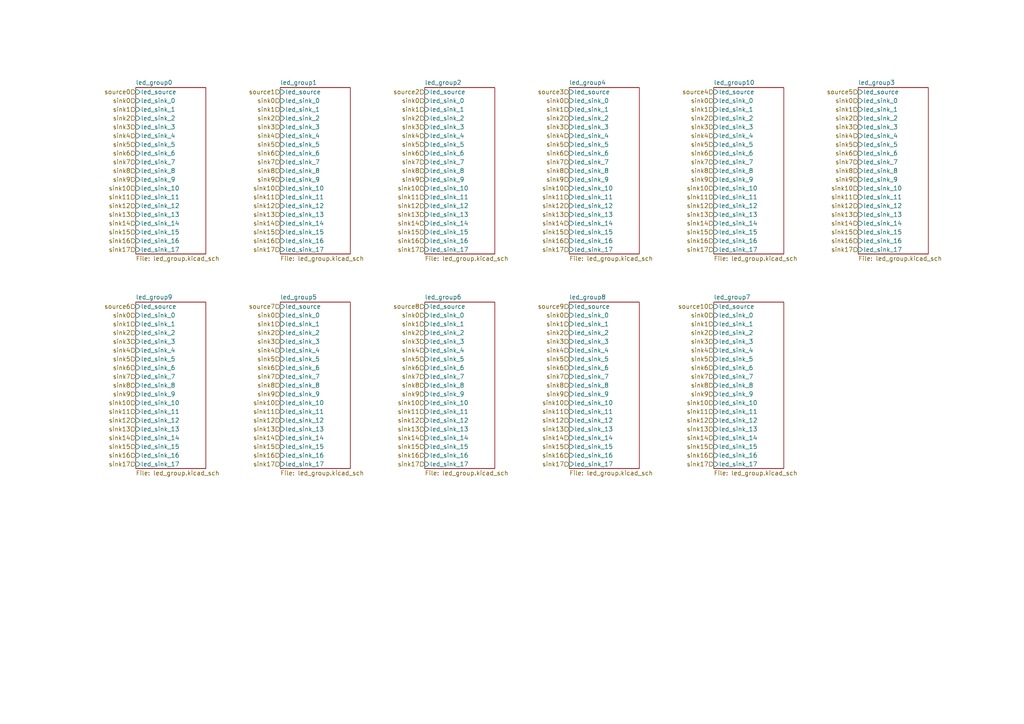
<source format=kicad_sch>
(kicad_sch (version 20230121) (generator eeschema)
  (paper "A4")
  (lib_symbols)
  (hierarchical_label "sink14" (shape input) (at 207.01 64.77 180))
  (hierarchical_label "sink14" (shape input) (at 165.1 64.77 180))
  (hierarchical_label "sink12" (shape input) (at 165.1 59.69 180))
  (hierarchical_label "sink4" (shape input) (at 207.01 101.6 180))
  (hierarchical_label "sink11" (shape input) (at 165.1 119.38 180))
  (hierarchical_label "sink6" (shape input) (at 207.01 106.68 180))
  (hierarchical_label "sink2" (shape input) (at 39.37 96.52 180))
  (hierarchical_label "sink3" (shape input) (at 81.28 99.06 180))
  (hierarchical_label "sink6" (shape input) (at 123.19 106.68 180))
  (hierarchical_label "sink11" (shape input) (at 207.01 57.15 180))
  (hierarchical_label "sink1" (shape input) (at 165.1 93.98 180))
  (hierarchical_label "sink4" (shape input) (at 81.28 101.6 180))
  (hierarchical_label "sink17" (shape input) (at 248.92 72.39 180))
  (hierarchical_label "sink13" (shape input) (at 165.1 124.46 180))
  (hierarchical_label "sink15" (shape input) (at 81.28 67.31 180))
  (hierarchical_label "sink17" (shape input) (at 39.37 72.39 180))
  (hierarchical_label "sink3" (shape input) (at 207.01 36.83 180))
  (hierarchical_label "sink11" (shape input) (at 165.1 57.15 180))
  (hierarchical_label "sink15" (shape input) (at 123.19 129.54 180))
  (hierarchical_label "sink4" (shape input) (at 165.1 39.37 180))
  (hierarchical_label "sink15" (shape input) (at 248.92 67.31 180))
  (hierarchical_label "sink2" (shape input) (at 165.1 34.29 180))
  (hierarchical_label "sink9" (shape input) (at 207.01 114.3 180))
  (hierarchical_label "sink2" (shape input) (at 81.28 96.52 180))
  (hierarchical_label "sink17" (shape input) (at 39.37 134.62 180))
  (hierarchical_label "sink15" (shape input) (at 123.19 67.31 180))
  (hierarchical_label "sink5" (shape input) (at 248.92 41.91 180))
  (hierarchical_label "sink10" (shape input) (at 165.1 54.61 180))
  (hierarchical_label "sink5" (shape input) (at 39.37 104.14 180))
  (hierarchical_label "sink15" (shape input) (at 207.01 67.31 180))
  (hierarchical_label "sink4" (shape input) (at 39.37 39.37 180))
  (hierarchical_label "sink7" (shape input) (at 123.19 46.99 180))
  (hierarchical_label "sink5" (shape input) (at 81.28 41.91 180))
  (hierarchical_label "sink13" (shape input) (at 39.37 124.46 180))
  (hierarchical_label "sink1" (shape input) (at 39.37 31.75 180))
  (hierarchical_label "sink8" (shape input) (at 207.01 49.53 180))
  (hierarchical_label "sink12" (shape input) (at 248.92 59.69 180))
  (hierarchical_label "sink12" (shape input) (at 39.37 59.69 180))
  (hierarchical_label "sink7" (shape input) (at 248.92 46.99 180))
  (hierarchical_label "sink11" (shape input) (at 207.01 119.38 180))
  (hierarchical_label "source0" (shape input) (at 39.37 26.67 180))
  (hierarchical_label "sink0" (shape input) (at 165.1 91.44 180))
  (hierarchical_label "sink4" (shape input) (at 123.19 101.6 180))
  (hierarchical_label "sink15" (shape input) (at 165.1 67.31 180))
  (hierarchical_label "sink5" (shape input) (at 165.1 104.14 180))
  (hierarchical_label "sink16" (shape input) (at 123.19 69.85 180))
  (hierarchical_label "sink4" (shape input) (at 207.01 39.37 180))
  (hierarchical_label "sink9" (shape input) (at 123.19 52.07 180))
  (hierarchical_label "sink4" (shape input) (at 165.1 101.6 180))
  (hierarchical_label "sink7" (shape input) (at 165.1 46.99 180))
  (hierarchical_label "sink11" (shape input) (at 123.19 57.15 180))
  (hierarchical_label "sink14" (shape input) (at 123.19 64.77 180))
  (hierarchical_label "sink9" (shape input) (at 207.01 52.07 180))
  (hierarchical_label "sink16" (shape input) (at 207.01 69.85 180))
  (hierarchical_label "source2" (shape input) (at 123.19 26.67 180))
  (hierarchical_label "sink9" (shape input) (at 123.19 114.3 180))
  (hierarchical_label "sink1" (shape input) (at 207.01 31.75 180))
  (hierarchical_label "sink14" (shape input) (at 39.37 64.77 180))
  (hierarchical_label "sink13" (shape input) (at 81.28 62.23 180))
  (hierarchical_label "sink6" (shape input) (at 165.1 44.45 180))
  (hierarchical_label "sink0" (shape input) (at 207.01 91.44 180))
  (hierarchical_label "sink3" (shape input) (at 123.19 99.06 180))
  (hierarchical_label "sink13" (shape input) (at 39.37 62.23 180))
  (hierarchical_label "sink16" (shape input) (at 81.28 69.85 180))
  (hierarchical_label "sink6" (shape input) (at 123.19 44.45 180))
  (hierarchical_label "sink10" (shape input) (at 81.28 54.61 180))
  (hierarchical_label "sink4" (shape input) (at 39.37 101.6 180))
  (hierarchical_label "sink9" (shape input) (at 39.37 52.07 180))
  (hierarchical_label "sink11" (shape input) (at 123.19 119.38 180))
  (hierarchical_label "sink5" (shape input) (at 207.01 41.91 180))
  (hierarchical_label "sink17" (shape input) (at 81.28 72.39 180))
  (hierarchical_label "sink8" (shape input) (at 39.37 111.76 180))
  (hierarchical_label "sink7" (shape input) (at 165.1 109.22 180))
  (hierarchical_label "sink8" (shape input) (at 81.28 49.53 180))
  (hierarchical_label "sink6" (shape input) (at 81.28 44.45 180))
  (hierarchical_label "sink14" (shape input) (at 39.37 127 180))
  (hierarchical_label "sink9" (shape input) (at 81.28 52.07 180))
  (hierarchical_label "source8" (shape input) (at 123.19 88.9 180))
  (hierarchical_label "sink13" (shape input) (at 81.28 124.46 180))
  (hierarchical_label "sink7" (shape input) (at 207.01 109.22 180))
  (hierarchical_label "sink12" (shape input) (at 123.19 121.92 180))
  (hierarchical_label "sink11" (shape input) (at 39.37 57.15 180))
  (hierarchical_label "sink1" (shape input) (at 39.37 93.98 180))
  (hierarchical_label "sink3" (shape input) (at 248.92 36.83 180))
  (hierarchical_label "sink9" (shape input) (at 248.92 52.07 180))
  (hierarchical_label "sink10" (shape input) (at 81.28 116.84 180))
  (hierarchical_label "sink3" (shape input) (at 39.37 36.83 180))
  (hierarchical_label "sink3" (shape input) (at 207.01 99.06 180))
  (hierarchical_label "sink13" (shape input) (at 165.1 62.23 180))
  (hierarchical_label "sink0" (shape input) (at 165.1 29.21 180))
  (hierarchical_label "sink16" (shape input) (at 165.1 69.85 180))
  (hierarchical_label "sink6" (shape input) (at 248.92 44.45 180))
  (hierarchical_label "sink13" (shape input) (at 248.92 62.23 180))
  (hierarchical_label "sink7" (shape input) (at 123.19 109.22 180))
  (hierarchical_label "sink3" (shape input) (at 39.37 99.06 180))
  (hierarchical_label "sink7" (shape input) (at 207.01 46.99 180))
  (hierarchical_label "sink10" (shape input) (at 207.01 54.61 180))
  (hierarchical_label "sink8" (shape input) (at 123.19 111.76 180))
  (hierarchical_label "sink1" (shape input) (at 81.28 93.98 180))
  (hierarchical_label "sink3" (shape input) (at 165.1 36.83 180))
  (hierarchical_label "sink6" (shape input) (at 207.01 44.45 180))
  (hierarchical_label "sink12" (shape input) (at 81.28 121.92 180))
  (hierarchical_label "sink13" (shape input) (at 207.01 124.46 180))
  (hierarchical_label "sink5" (shape input) (at 81.28 104.14 180))
  (hierarchical_label "sink10" (shape input) (at 123.19 116.84 180))
  (hierarchical_label "source6" (shape input) (at 39.37 88.9 180))
  (hierarchical_label "sink16" (shape input) (at 81.28 132.08 180))
  (hierarchical_label "source4" (shape input) (at 207.01 26.67 180))
  (hierarchical_label "sink4" (shape input) (at 123.19 39.37 180))
  (hierarchical_label "sink6" (shape input) (at 39.37 44.45 180))
  (hierarchical_label "sink3" (shape input) (at 165.1 99.06 180))
  (hierarchical_label "sink1" (shape input) (at 81.28 31.75 180))
  (hierarchical_label "sink2" (shape input) (at 207.01 96.52 180))
  (hierarchical_label "sink6" (shape input) (at 165.1 106.68 180))
  (hierarchical_label "sink12" (shape input) (at 207.01 121.92 180))
  (hierarchical_label "sink12" (shape input) (at 39.37 121.92 180))
  (hierarchical_label "sink3" (shape input) (at 81.28 36.83 180))
  (hierarchical_label "sink14" (shape input) (at 123.19 127 180))
  (hierarchical_label "sink11" (shape input) (at 39.37 119.38 180))
  (hierarchical_label "sink8" (shape input) (at 207.01 111.76 180))
  (hierarchical_label "sink15" (shape input) (at 39.37 129.54 180))
  (hierarchical_label "sink0" (shape input) (at 123.19 29.21 180))
  (hierarchical_label "sink10" (shape input) (at 39.37 54.61 180))
  (hierarchical_label "source10" (shape input) (at 207.01 88.9 180))
  (hierarchical_label "sink10" (shape input) (at 123.19 54.61 180))
  (hierarchical_label "sink12" (shape input) (at 81.28 59.69 180))
  (hierarchical_label "sink0" (shape input) (at 39.37 91.44 180))
  (hierarchical_label "sink0" (shape input) (at 81.28 29.21 180))
  (hierarchical_label "sink0" (shape input) (at 123.19 91.44 180))
  (hierarchical_label "sink7" (shape input) (at 39.37 109.22 180))
  (hierarchical_label "sink3" (shape input) (at 123.19 36.83 180))
  (hierarchical_label "sink9" (shape input) (at 39.37 114.3 180))
  (hierarchical_label "sink5" (shape input) (at 123.19 104.14 180))
  (hierarchical_label "sink2" (shape input) (at 123.19 34.29 180))
  (hierarchical_label "sink14" (shape input) (at 248.92 64.77 180))
  (hierarchical_label "sink16" (shape input) (at 165.1 132.08 180))
  (hierarchical_label "sink9" (shape input) (at 81.28 114.3 180))
  (hierarchical_label "sink16" (shape input) (at 39.37 69.85 180))
  (hierarchical_label "source7" (shape input) (at 81.28 88.9 180))
  (hierarchical_label "sink8" (shape input) (at 165.1 111.76 180))
  (hierarchical_label "sink8" (shape input) (at 123.19 49.53 180))
  (hierarchical_label "sink0" (shape input) (at 81.28 91.44 180))
  (hierarchical_label "sink17" (shape input) (at 165.1 72.39 180))
  (hierarchical_label "sink2" (shape input) (at 165.1 96.52 180))
  (hierarchical_label "source3" (shape input) (at 165.1 26.67 180))
  (hierarchical_label "sink17" (shape input) (at 207.01 134.62 180))
  (hierarchical_label "sink14" (shape input) (at 165.1 127 180))
  (hierarchical_label "sink13" (shape input) (at 123.19 62.23 180))
  (hierarchical_label "sink2" (shape input) (at 81.28 34.29 180))
  (hierarchical_label "sink14" (shape input) (at 207.01 127 180))
  (hierarchical_label "sink14" (shape input) (at 81.28 64.77 180))
  (hierarchical_label "sink2" (shape input) (at 248.92 34.29 180))
  (hierarchical_label "sink13" (shape input) (at 207.01 62.23 180))
  (hierarchical_label "sink11" (shape input) (at 81.28 119.38 180))
  (hierarchical_label "sink15" (shape input) (at 165.1 129.54 180))
  (hierarchical_label "sink11" (shape input) (at 248.92 57.15 180))
  (hierarchical_label "sink10" (shape input) (at 165.1 116.84 180))
  (hierarchical_label "sink1" (shape input) (at 123.19 93.98 180))
  (hierarchical_label "sink0" (shape input) (at 207.01 29.21 180))
  (hierarchical_label "sink1" (shape input) (at 165.1 31.75 180))
  (hierarchical_label "sink6" (shape input) (at 39.37 106.68 180))
  (hierarchical_label "sink16" (shape input) (at 207.01 132.08 180))
  (hierarchical_label "sink8" (shape input) (at 81.28 111.76 180))
  (hierarchical_label "sink16" (shape input) (at 123.19 132.08 180))
  (hierarchical_label "sink16" (shape input) (at 248.92 69.85 180))
  (hierarchical_label "sink11" (shape input) (at 81.28 57.15 180))
  (hierarchical_label "source5" (shape input) (at 248.92 26.67 180))
  (hierarchical_label "sink5" (shape input) (at 165.1 41.91 180))
  (hierarchical_label "sink0" (shape input) (at 248.92 29.21 180))
  (hierarchical_label "sink0" (shape input) (at 39.37 29.21 180))
  (hierarchical_label "sink15" (shape input) (at 81.28 129.54 180))
  (hierarchical_label "sink5" (shape input) (at 207.01 104.14 180))
  (hierarchical_label "source1" (shape input) (at 81.28 26.67 180))
  (hierarchical_label "sink7" (shape input) (at 81.28 109.22 180))
  (hierarchical_label "sink7" (shape input) (at 39.37 46.99 180))
  (hierarchical_label "sink10" (shape input) (at 207.01 116.84 180))
  (hierarchical_label "sink15" (shape input) (at 207.01 129.54 180))
  (hierarchical_label "sink13" (shape input) (at 123.19 124.46 180))
  (hierarchical_label "sink1" (shape input) (at 248.92 31.75 180))
  (hierarchical_label "sink8" (shape input) (at 248.92 49.53 180))
  (hierarchical_label "sink14" (shape input) (at 81.28 127 180))
  (hierarchical_label "sink4" (shape input) (at 81.28 39.37 180))
  (hierarchical_label "sink12" (shape input) (at 207.01 59.69 180))
  (hierarchical_label "sink12" (shape input) (at 165.1 121.92 180))
  (hierarchical_label "sink2" (shape input) (at 207.01 34.29 180))
  (hierarchical_label "sink9" (shape input) (at 165.1 114.3 180))
  (hierarchical_label "sink16" (shape input) (at 39.37 132.08 180))
  (hierarchical_label "sink4" (shape input) (at 248.92 39.37 180))
  (hierarchical_label "sink2" (shape input) (at 39.37 34.29 180))
  (hierarchical_label "sink8" (shape input) (at 39.37 49.53 180))
  (hierarchical_label "sink17" (shape input) (at 123.19 134.62 180))
  (hierarchical_label "sink10" (shape input) (at 248.92 54.61 180))
  (hierarchical_label "sink8" (shape input) (at 165.1 49.53 180))
  (hierarchical_label "sink2" (shape input) (at 123.19 96.52 180))
  (hierarchical_label "sink1" (shape input) (at 123.19 31.75 180))
  (hierarchical_label "sink17" (shape input) (at 165.1 134.62 180))
  (hierarchical_label "sink17" (shape input) (at 207.01 72.39 180))
  (hierarchical_label "sink5" (shape input) (at 39.37 41.91 180))
  (hierarchical_label "sink6" (shape input) (at 81.28 106.68 180))
  (hierarchical_label "sink17" (shape input) (at 81.28 134.62 180))
  (hierarchical_label "source9" (shape input) (at 165.1 88.9 180))
  (hierarchical_label "sink10" (shape input) (at 39.37 116.84 180))
  (hierarchical_label "sink9" (shape input) (at 165.1 52.07 180))
  (hierarchical_label "sink7" (shape input) (at 81.28 46.99 180))
  (hierarchical_label "sink12" (shape input) (at 123.19 59.69 180))
  (hierarchical_label "sink15" (shape input) (at 39.37 67.31 180))
  (hierarchical_label "sink5" (shape input) (at 123.19 41.91 180))
  (hierarchical_label "sink1" (shape input) (at 207.01 93.98 180))
  (hierarchical_label "sink17" (shape input) (at 123.19 72.39 180))
  (sheet (at 81.28 25.4) (size 20.32 48.26) (stroke (width 0.1524))
    (property "Sheetname" "led_group1" (at 81.28 24.6884 0) (effects (justify left bottom)))
    (property "Sheetfile" "led_group.kicad_sch" (at 81.28 74.2446 0) (effects (justify left top)))
    (pin "led_sink_1" input (at 81.28 31.75 180))
    (pin "led_sink_0" input (at 81.28 29.21 180))
    (pin "led_sink_4" input (at 81.28 39.37 180))
    (pin "led_sink_3" input (at 81.28 36.83 180))
    (pin "led_sink_6" input (at 81.28 44.45 180))
    (pin "led_sink_7" input (at 81.28 46.99 180))
    (pin "led_source" input (at 81.28 26.67 180))
    (pin "led_sink_5" input (at 81.28 41.91 180))
    (pin "led_sink_2" input (at 81.28 34.29 180))
    (pin "led_sink_15" input (at 81.28 67.31 180))
    (pin "led_sink_12" input (at 81.28 59.69 180))
    (pin "led_sink_10" input (at 81.28 54.61 180))
    (pin "led_sink_9" input (at 81.28 52.07 180))
    (pin "led_sink_13" input (at 81.28 62.23 180))
    (pin "led_sink_16" input (at 81.28 69.85 180))
    (pin "led_sink_11" input (at 81.28 57.15 180))
    (pin "led_sink_8" input (at 81.28 49.53 180))
    (pin "led_sink_14" input (at 81.28 64.77 180))
    (pin "led_sink_17" input (at 81.28 72.39 180))
  )
  (sheet (at 207.01 87.63) (size 20.32 48.26) (stroke (width 0.1524))
    (property "Sheetname" "led_group7" (at 207.01 86.9184 0) (effects (justify left bottom)))
    (property "Sheetfile" "led_group.kicad_sch" (at 207.01 136.4746 0) (effects (justify left top)))
    (pin "led_sink_1" input (at 207.01 93.98 180))
    (pin "led_sink_0" input (at 207.01 91.44 180))
    (pin "led_sink_4" input (at 207.01 101.6 180))
    (pin "led_sink_3" input (at 207.01 99.06 180))
    (pin "led_sink_6" input (at 207.01 106.68 180))
    (pin "led_sink_7" input (at 207.01 109.22 180))
    (pin "led_source" input (at 207.01 88.9 180))
    (pin "led_sink_5" input (at 207.01 104.14 180))
    (pin "led_sink_2" input (at 207.01 96.52 180))
    (pin "led_sink_15" input (at 207.01 129.54 180))
    (pin "led_sink_12" input (at 207.01 121.92 180))
    (pin "led_sink_10" input (at 207.01 116.84 180))
    (pin "led_sink_9" input (at 207.01 114.3 180))
    (pin "led_sink_13" input (at 207.01 124.46 180))
    (pin "led_sink_16" input (at 207.01 132.08 180))
    (pin "led_sink_11" input (at 207.01 119.38 180))
    (pin "led_sink_8" input (at 207.01 111.76 180))
    (pin "led_sink_14" input (at 207.01 127 180))
    (pin "led_sink_17" input (at 207.01 134.62 180))
  )
  (sheet (at 165.1 25.4) (size 20.32 48.26) (stroke (width 0.1524))
    (property "Sheetname" "led_group4" (at 165.1 24.6884 0) (effects (justify left bottom)))
    (property "Sheetfile" "led_group.kicad_sch" (at 165.1 74.2446 0) (effects (justify left top)))
    (pin "led_sink_1" input (at 165.1 31.75 180))
    (pin "led_sink_0" input (at 165.1 29.21 180))
    (pin "led_sink_4" input (at 165.1 39.37 180))
    (pin "led_sink_3" input (at 165.1 36.83 180))
    (pin "led_sink_6" input (at 165.1 44.45 180))
    (pin "led_sink_7" input (at 165.1 46.99 180))
    (pin "led_source" input (at 165.1 26.67 180))
    (pin "led_sink_5" input (at 165.1 41.91 180))
    (pin "led_sink_2" input (at 165.1 34.29 180))
    (pin "led_sink_15" input (at 165.1 67.31 180))
    (pin "led_sink_12" input (at 165.1 59.69 180))
    (pin "led_sink_10" input (at 165.1 54.61 180))
    (pin "led_sink_9" input (at 165.1 52.07 180))
    (pin "led_sink_13" input (at 165.1 62.23 180))
    (pin "led_sink_16" input (at 165.1 69.85 180))
    (pin "led_sink_11" input (at 165.1 57.15 180))
    (pin "led_sink_8" input (at 165.1 49.53 180))
    (pin "led_sink_14" input (at 165.1 64.77 180))
    (pin "led_sink_17" input (at 165.1 72.39 180))
  )
  (sheet (at 123.19 87.63) (size 20.32 48.26) (stroke (width 0.1524))
    (property "Sheetname" "led_group6" (at 123.19 86.9184 0) (effects (justify left bottom)))
    (property "Sheetfile" "led_group.kicad_sch" (at 123.19 136.4746 0) (effects (justify left top)))
    (pin "led_sink_1" input (at 123.19 93.98 180))
    (pin "led_sink_0" input (at 123.19 91.44 180))
    (pin "led_sink_4" input (at 123.19 101.6 180))
    (pin "led_sink_3" input (at 123.19 99.06 180))
    (pin "led_sink_6" input (at 123.19 106.68 180))
    (pin "led_sink_7" input (at 123.19 109.22 180))
    (pin "led_source" input (at 123.19 88.9 180))
    (pin "led_sink_5" input (at 123.19 104.14 180))
    (pin "led_sink_2" input (at 123.19 96.52 180))
    (pin "led_sink_15" input (at 123.19 129.54 180))
    (pin "led_sink_12" input (at 123.19 121.92 180))
    (pin "led_sink_10" input (at 123.19 116.84 180))
    (pin "led_sink_9" input (at 123.19 114.3 180))
    (pin "led_sink_13" input (at 123.19 124.46 180))
    (pin "led_sink_16" input (at 123.19 132.08 180))
    (pin "led_sink_11" input (at 123.19 119.38 180))
    (pin "led_sink_8" input (at 123.19 111.76 180))
    (pin "led_sink_14" input (at 123.19 127 180))
    (pin "led_sink_17" input (at 123.19 134.62 180))
  )
  (sheet (at 81.28 87.63) (size 20.32 48.26) (stroke (width 0.1524))
    (property "Sheetname" "led_group5" (at 81.28 86.9184 0) (effects (justify left bottom)))
    (property "Sheetfile" "led_group.kicad_sch" (at 81.28 136.4746 0) (effects (justify left top)))
    (pin "led_sink_1" input (at 81.28 93.98 180))
    (pin "led_sink_0" input (at 81.28 91.44 180))
    (pin "led_sink_4" input (at 81.28 101.6 180))
    (pin "led_sink_3" input (at 81.28 99.06 180))
    (pin "led_sink_6" input (at 81.28 106.68 180))
    (pin "led_sink_7" input (at 81.28 109.22 180))
    (pin "led_source" input (at 81.28 88.9 180))
    (pin "led_sink_5" input (at 81.28 104.14 180))
    (pin "led_sink_2" input (at 81.28 96.52 180))
    (pin "led_sink_15" input (at 81.28 129.54 180))
    (pin "led_sink_12" input (at 81.28 121.92 180))
    (pin "led_sink_10" input (at 81.28 116.84 180))
    (pin "led_sink_9" input (at 81.28 114.3 180))
    (pin "led_sink_13" input (at 81.28 124.46 180))
    (pin "led_sink_16" input (at 81.28 132.08 180))
    (pin "led_sink_11" input (at 81.28 119.38 180))
    (pin "led_sink_8" input (at 81.28 111.76 180))
    (pin "led_sink_14" input (at 81.28 127 180))
    (pin "led_sink_17" input (at 81.28 134.62 180))
  )
  (sheet (at 39.37 25.4) (size 20.32 48.26) (stroke (width 0.1524))
    (property "Sheetname" "led_group0" (at 39.37 24.6884 0) (effects (justify left bottom)))
    (property "Sheetfile" "led_group.kicad_sch" (at 39.37 74.2446 0) (effects (justify left top)))
    (pin "led_sink_1" input (at 39.37 31.75 180))
    (pin "led_sink_0" input (at 39.37 29.21 180))
    (pin "led_sink_4" input (at 39.37 39.37 180))
    (pin "led_sink_3" input (at 39.37 36.83 180))
    (pin "led_sink_6" input (at 39.37 44.45 180))
    (pin "led_sink_7" input (at 39.37 46.99 180))
    (pin "led_source" input (at 39.37 26.67 180))
    (pin "led_sink_5" input (at 39.37 41.91 180))
    (pin "led_sink_2" input (at 39.37 34.29 180))
    (pin "led_sink_15" input (at 39.37 67.31 180))
    (pin "led_sink_12" input (at 39.37 59.69 180))
    (pin "led_sink_10" input (at 39.37 54.61 180))
    (pin "led_sink_9" input (at 39.37 52.07 180))
    (pin "led_sink_13" input (at 39.37 62.23 180))
    (pin "led_sink_16" input (at 39.37 69.85 180))
    (pin "led_sink_11" input (at 39.37 57.15 180))
    (pin "led_sink_8" input (at 39.37 49.53 180))
    (pin "led_sink_14" input (at 39.37 64.77 180))
    (pin "led_sink_17" input (at 39.37 72.39 180))
  )
  (sheet (at 39.37 87.63) (size 20.32 48.26) (stroke (width 0.1524))
    (property "Sheetname" "led_group9" (at 39.37 86.9184 0) (effects (justify left bottom)))
    (property "Sheetfile" "led_group.kicad_sch" (at 39.37 136.4746 0) (effects (justify left top)))
    (pin "led_sink_1" input (at 39.37 93.98 180))
    (pin "led_sink_0" input (at 39.37 91.44 180))
    (pin "led_sink_4" input (at 39.37 101.6 180))
    (pin "led_sink_3" input (at 39.37 99.06 180))
    (pin "led_sink_6" input (at 39.37 106.68 180))
    (pin "led_sink_7" input (at 39.37 109.22 180))
    (pin "led_source" input (at 39.37 88.9 180))
    (pin "led_sink_5" input (at 39.37 104.14 180))
    (pin "led_sink_2" input (at 39.37 96.52 180))
    (pin "led_sink_15" input (at 39.37 129.54 180))
    (pin "led_sink_12" input (at 39.37 121.92 180))
    (pin "led_sink_10" input (at 39.37 116.84 180))
    (pin "led_sink_9" input (at 39.37 114.3 180))
    (pin "led_sink_13" input (at 39.37 124.46 180))
    (pin "led_sink_16" input (at 39.37 132.08 180))
    (pin "led_sink_11" input (at 39.37 119.38 180))
    (pin "led_sink_8" input (at 39.37 111.76 180))
    (pin "led_sink_14" input (at 39.37 127 180))
    (pin "led_sink_17" input (at 39.37 134.62 180))
  )
  (sheet (at 248.92 25.4) (size 20.32 48.26) (stroke (width 0.1524))
    (property "Sheetname" "led_group3" (at 248.92 24.6884 0) (effects (justify left bottom)))
    (property "Sheetfile" "led_group.kicad_sch" (at 248.92 74.2446 0) (effects (justify left top)))
    (pin "led_sink_1" input (at 248.92 31.75 180))
    (pin "led_sink_0" input (at 248.92 29.21 180))
    (pin "led_sink_4" input (at 248.92 39.37 180))
    (pin "led_sink_3" input (at 248.92 36.83 180))
    (pin "led_sink_6" input (at 248.92 44.45 180))
    (pin "led_sink_7" input (at 248.92 46.99 180))
    (pin "led_source" input (at 248.92 26.67 180))
    (pin "led_sink_5" input (at 248.92 41.91 180))
    (pin "led_sink_2" input (at 248.92 34.29 180))
    (pin "led_sink_15" input (at 248.92 67.31 180))
    (pin "led_sink_12" input (at 248.92 59.69 180))
    (pin "led_sink_10" input (at 248.92 54.61 180))
    (pin "led_sink_9" input (at 248.92 52.07 180))
    (pin "led_sink_13" input (at 248.92 62.23 180))
    (pin "led_sink_16" input (at 248.92 69.85 180))
    (pin "led_sink_11" input (at 248.92 57.15 180))
    (pin "led_sink_8" input (at 248.92 49.53 180))
    (pin "led_sink_14" input (at 248.92 64.77 180))
    (pin "led_sink_17" input (at 248.92 72.39 180))
  )
  (sheet (at 207.01 25.4) (size 20.32 48.26) (stroke (width 0.1524))
    (property "Sheetname" "led_group10" (at 207.01 24.6884 0) (effects (justify left bottom)))
    (property "Sheetfile" "led_group.kicad_sch" (at 207.01 74.2446 0) (effects (justify left top)))
    (pin "led_sink_1" input (at 207.01 31.75 180))
    (pin "led_sink_0" input (at 207.01 29.21 180))
    (pin "led_sink_4" input (at 207.01 39.37 180))
    (pin "led_sink_3" input (at 207.01 36.83 180))
    (pin "led_sink_6" input (at 207.01 44.45 180))
    (pin "led_sink_7" input (at 207.01 46.99 180))
    (pin "led_source" input (at 207.01 26.67 180))
    (pin "led_sink_5" input (at 207.01 41.91 180))
    (pin "led_sink_2" input (at 207.01 34.29 180))
    (pin "led_sink_15" input (at 207.01 67.31 180))
    (pin "led_sink_12" input (at 207.01 59.69 180))
    (pin "led_sink_10" input (at 207.01 54.61 180))
    (pin "led_sink_9" input (at 207.01 52.07 180))
    (pin "led_sink_13" input (at 207.01 62.23 180))
    (pin "led_sink_16" input (at 207.01 69.85 180))
    (pin "led_sink_11" input (at 207.01 57.15 180))
    (pin "led_sink_8" input (at 207.01 49.53 180))
    (pin "led_sink_14" input (at 207.01 64.77 180))
    (pin "led_sink_17" input (at 207.01 72.39 180))
  )
  (sheet (at 123.19 25.4) (size 20.32 48.26) (stroke (width 0.1524))
    (property "Sheetname" "led_group2" (at 123.19 24.6884 0) (effects (justify left bottom)))
    (property "Sheetfile" "led_group.kicad_sch" (at 123.19 74.2446 0) (effects (justify left top)))
    (pin "led_sink_1" input (at 123.19 31.75 180))
    (pin "led_sink_0" input (at 123.19 29.21 180))
    (pin "led_sink_4" input (at 123.19 39.37 180))
    (pin "led_sink_3" input (at 123.19 36.83 180))
    (pin "led_sink_6" input (at 123.19 44.45 180))
    (pin "led_sink_7" input (at 123.19 46.99 180))
    (pin "led_source" input (at 123.19 26.67 180))
    (pin "led_sink_5" input (at 123.19 41.91 180))
    (pin "led_sink_2" input (at 123.19 34.29 180))
    (pin "led_sink_15" input (at 123.19 67.31 180))
    (pin "led_sink_12" input (at 123.19 59.69 180))
    (pin "led_sink_10" input (at 123.19 54.61 180))
    (pin "led_sink_9" input (at 123.19 52.07 180))
    (pin "led_sink_13" input (at 123.19 62.23 180))
    (pin "led_sink_16" input (at 123.19 69.85 180))
    (pin "led_sink_11" input (at 123.19 57.15 180))
    (pin "led_sink_8" input (at 123.19 49.53 180))
    (pin "led_sink_14" input (at 123.19 64.77 180))
    (pin "led_sink_17" input (at 123.19 72.39 180))
  )
  (sheet (at 165.1 87.63) (size 20.32 48.26) (stroke (width 0.1524))
    (property "Sheetname" "led_group8" (at 165.1 86.9184 0) (effects (justify left bottom)))
    (property "Sheetfile" "led_group.kicad_sch" (at 165.1 136.4746 0) (effects (justify left top)))
    (pin "led_sink_1" input (at 165.1 93.98 180))
    (pin "led_sink_0" input (at 165.1 91.44 180))
    (pin "led_sink_4" input (at 165.1 101.6 180))
    (pin "led_sink_3" input (at 165.1 99.06 180))
    (pin "led_sink_6" input (at 165.1 106.68 180))
    (pin "led_sink_7" input (at 165.1 109.22 180))
    (pin "led_source" input (at 165.1 88.9 180))
    (pin "led_sink_5" input (at 165.1 104.14 180))
    (pin "led_sink_2" input (at 165.1 96.52 180))
    (pin "led_sink_15" input (at 165.1 129.54 180))
    (pin "led_sink_12" input (at 165.1 121.92 180))
    (pin "led_sink_10" input (at 165.1 116.84 180))
    (pin "led_sink_9" input (at 165.1 114.3 180))
    (pin "led_sink_13" input (at 165.1 124.46 180))
    (pin "led_sink_16" input (at 165.1 132.08 180))
    (pin "led_sink_11" input (at 165.1 119.38 180))
    (pin "led_sink_8" input (at 165.1 111.76 180))
    (pin "led_sink_14" input (at 165.1 127 180))
    (pin "led_sink_17" input (at 165.1 134.62 180))
  )
)
</source>
